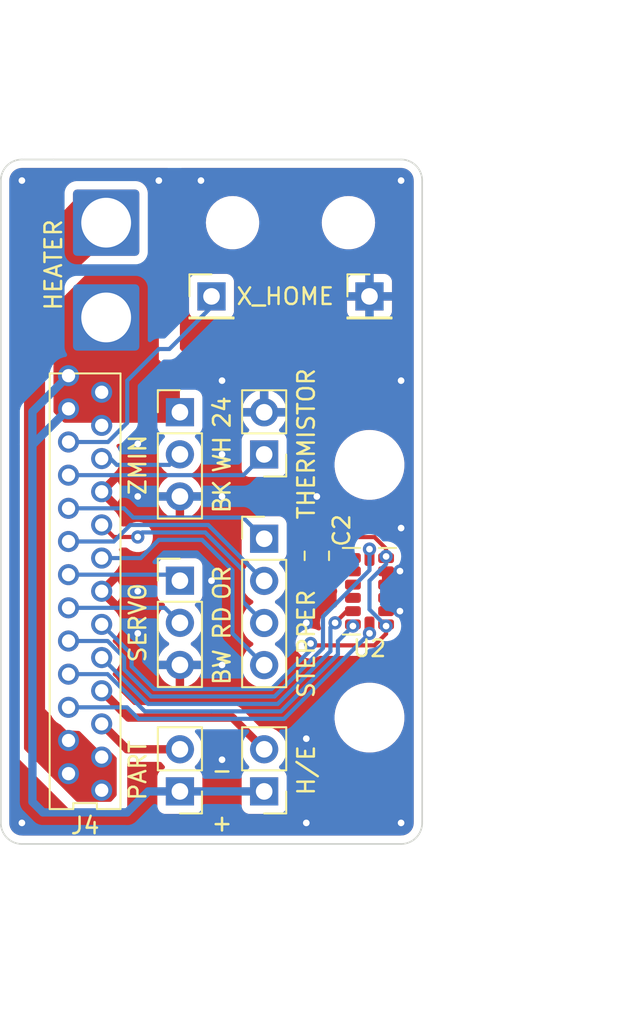
<source format=kicad_pcb>
(kicad_pcb (version 20211014) (generator pcbnew)
  (layers (0 "F.Cu" signal) (31 "B.Cu" signal) (34 "B.Paste" user) (35 "F.Paste" user) (36 "B.SilkS" user "B.Silkscreen") (37 "F.SilkS" user "F.Silkscreen") (38 "B.Mask" user) (39 "F.Mask" user) (44 "Edge.Cuts" user))
  (net 0 "")
  (net 1 "THERM")
  (net 2 "GND")
  (net 3 "+3V3")
  (net 4 "PROBE_ZMIN_BL_WHITE")
  (net 5 "+24V")
  (net 6 "STEPPER_A1")
  (net 7 "STEPPER_A2")
  (net 8 "STEPPER_B1")
  (net 9 "STEPPER_B2")
  (net 10 "HOTEND_FAN_SW")
  (net 11 "PART_FAN_SW")
  (net 12 "SERVO_BL_ORANGE")
  (net 13 "+5V")
  (net 14 "X_HOME")
  (net 15 "ADXL345_CS")
  (net 16 "ADXL345_SDO")
  (net 17 "ADXL345_SDA")
  (net 18 "ADXL345_SCL")
  (net 19 "HEATER_SW")
  (footprint "Connector_PinHeader_2.54mm:PinHeader_1x03_P2.54mm_Vertical" (layer "F.Cu") (at 204.47 112.395)
    (fp_text reference "J11" hide)
    (fp_text value "SERVO")
    (fp_line (start -1.33 1.27) (end 1.33 1.27) (layer "F.SilkS") (width 0.12))
    (fp_line (start -1.33 -1.33) (end 0 -1.33) (layer "F.SilkS") (width 0.12))
    (fp_line (start 1.33 1.27) (end 1.33 6.41) (layer "F.SilkS") (width 0.12))
    (fp_line (start -1.33 0) (end -1.33 -1.33) (layer "F.SilkS") (width 0.12))
    (fp_line (start -1.33 1.27) (end -1.33 6.41) (layer "F.SilkS") (width 0.12))
    (fp_line (start -1.33 6.41) (end 1.33 6.41) (layer "F.SilkS") (width 0.12))
    (pad "1" thru_hole rect (at 0 0) (size 1.7 1.7) (drill 1) (layers *.Cu *.Mask) (net 12 "SERVO_BL_ORANGE"))
    (pad "2" thru_hole oval (at 0 2.54) (size 1.7 1.7) (drill 1) (layers *.Cu *.Mask) (net 13 "+5V"))
    (pad "3" thru_hole oval (at 0 5.08) (size 1.7 1.7) (drill 1) (layers *.Cu *.Mask) (net 2 "GND"))
  )
  (footprint "FFCconnector:FFC26pinTH" (layer "F.Cu") (at 198.755 113.03 90)
    (fp_text reference "J4" (at -14.135 0) (layer "F.SilkS"))
    (fp_text value "Conn_01x26")
    (fp_line (start -12.775 0.711666) (end -13.135 0.711666) (layer "F.SilkS") (width 0.12))
    (fp_line (start 13.135 -2.134999) (end -13.135 -2.135) (layer "F.SilkS") (width 0.12))
    (fp_line (start -13.135 -2.135) (end -13.135 -0.711666) (layer "F.SilkS") (width 0.12))
    (fp_line (start -13.135 -0.711666) (end -12.775 -0.711666) (layer "F.SilkS") (width 0.12))
    (fp_line (start -13.135 0.711666) (end -13.135 2.134999) (layer "F.SilkS") (width 0.12))
    (fp_line (start -12.775 -0.711666) (end -12.775 0.711666) (layer "F.SilkS") (width 0.12))
    (fp_line (start 13.135 2.135) (end 13.135 -2.134999) (layer "F.SilkS") (width 0.12))
    (fp_line (start -13.135 2.134999) (end 13.135 2.135) (layer "F.SilkS") (width 0.12))
    (pad "1" thru_hole circle (at -12 1 90) (size 1.27 1.27) (drill 0.8) (layers *.Cu *.Mask) (net 19 "HEATER_SW"))
    (pad "2" thru_hole circle (at -11 -1 90) (size 1.27 1.27) (drill 0.8) (layers *.Cu *.Mask) (net 19 "HEATER_SW"))
    (pad "3" thru_hole circle (at -10 1 90) (size 1.27 1.27) (drill 0.8) (layers *.Cu *.Mask) (net 19 "HEATER_SW"))
    (pad "4" thru_hole circle (at -9 -1 90) (size 1.27 1.27) (drill 0.8) (layers *.Cu *.Mask) (net 19 "HEATER_SW"))
    (pad "5" thru_hole circle (at -8 1 90) (size 1.27 1.27) (drill 0.8) (layers *.Cu *.Mask) (net 11 "PART_FAN_SW"))
    (pad "6" thru_hole circle (at -7 -1 90) (size 1.27 1.27) (drill 0.8) (layers *.Cu *.Mask) (net 18 "ADXL345_SCL"))
    (pad "7" thru_hole circle (at -6 1 90) (size 1.27 1.27) (drill 0.8) (layers *.Cu *.Mask) (net 10 "HOTEND_FAN_SW"))
    (pad "8" thru_hole circle (at -5 -1 90) (size 1.27 1.27) (drill 0.8) (layers *.Cu *.Mask) (net 17 "ADXL345_SDA"))
    (pad "9" thru_hole circle (at -4 1 90) (size 1.27 1.27) (drill 0.8) (layers *.Cu *.Mask) (net 16 "ADXL345_SDO"))
    (pad "10" thru_hole circle (at -3 -1 90) (size 1.27 1.27) (drill 0.8) (layers *.Cu *.Mask) (net 15 "ADXL345_CS"))
    (pad "11" thru_hole circle (at -2 1 90) (size 1.27 1.27) (drill 0.8) (layers *.Cu *.Mask) (net 3 "+3V3"))
    (pad "12" thru_hole circle (at -1 -1 90) (size 1.27 1.27) (drill 0.8) (layers *.Cu *.Mask) (net 13 "+5V"))
    (pad "13" thru_hole circle (at 0 1 90) (size 1.27 1.27) (drill 0.8) (layers *.Cu *.Mask) (net 2 "GND"))
    (pad "14" thru_hole circle (at 1 -1 270) (size 1.27 1.27) (drill 0.8) (layers *.Cu *.Mask) (net 12 "SERVO_BL_ORANGE"))
    (pad "15" thru_hole circle (at 2 1 270) (size 1.27 1.27) (drill 0.8) (layers *.Cu *.Mask) (net 9 "STEPPER_B2"))
    (pad "16" thru_hole circle (at 3 -1 270) (size 1.27 1.27) (drill 0.8) (layers *.Cu *.Mask) (net 7 "STEPPER_A2"))
    (pad "17" thru_hole circle (at 4 1 270) (size 1.27 1.27) (drill 0.8) (layers *.Cu *.Mask) (net 8 "STEPPER_B1"))
    (pad "18" thru_hole circle (at 5 -1 270) (size 1.27 1.27) (drill 0.8) (layers *.Cu *.Mask) (net 6 "STEPPER_A1"))
    (pad "19" thru_hole circle (at 6 1 270) (size 1.27 1.27) (drill 0.8) (layers *.Cu *.Mask) (net 2 "GND"))
    (pad "20" thru_hole circle (at 7 -1 270) (size 1.27 1.27) (drill 0.8) (layers *.Cu *.Mask) (net 1 "THERM"))
    (pad "21" thru_hole circle (at 8 1 270) (size 1.27 1.27) (drill 0.8) (layers *.Cu *.Mask) (net 4 "PROBE_ZMIN_BL_WHITE"))
    (pad "22" thru_hole circle (at 9 -1 270) (size 1.27 1.27) (drill 0.8) (layers *.Cu *.Mask) (net 14 "X_HOME"))
    (pad "23" thru_hole circle (at 10 1 270) (size 1.27 1.27) (drill 0.8) (layers *.Cu *.Mask) (net 5 "+24V"))
    (pad "24" thru_hole circle (at 11 -1 270) (size 1.27 1.27) (drill 0.8) (layers *.Cu *.Mask) (net 5 "+24V"))
    (pad "25" thru_hole circle (at 12 1 270) (size 1.27 1.27) (drill 0.8) (layers *.Cu *.Mask) (net 5 "+24V"))
    (pad "26" thru_hole circle (at 13 -1 270) (size 1.27 1.27) (drill 0.8) (layers *.Cu *.Mask) (net 5 "+24V"))
  )
  (footprint "Connector_PinHeader_2.54mm:PinHeader_1x02_P2.54mm_Vertical" (layer "F.Cu") (at 209.55 104.78 180)
    (fp_text reference "J7" hide)
    (fp_text value "THERMISTOR")
    (fp_line (start -1.33 3.87) (end 1.33 3.87) (layer "F.SilkS") (width 0.12))
    (fp_line (start -1.33 0) (end -1.33 -1.33) (layer "F.SilkS") (width 0.12))
    (fp_line (start -1.33 1.27) (end -1.33 3.87) (layer "F.SilkS") (width 0.12))
    (fp_line (start 1.33 1.27) (end 1.33 3.87) (layer "F.SilkS") (width 0.12))
    (fp_line (start -1.33 1.27) (end 1.33 1.27) (layer "F.SilkS") (width 0.12))
    (fp_line (start -1.33 -1.33) (end 0 -1.33) (layer "F.SilkS") (width 0.12))
    (pad "1" thru_hole rect (at 0 0 180) (size 1.7 1.7) (drill 1) (layers *.Cu *.Mask) (net 1 "THERM"))
    (pad "2" thru_hole oval (at 0 2.54 180) (size 1.7 1.7) (drill 1) (layers *.Cu *.Mask) (net 2 "GND"))
  )
  (footprint "Package_LGA:LGA-14_3x5mm_P0.8mm_LayoutBorder1x6y" (layer "F.Cu") (at 215.9 113.03 180)
    (fp_text reference "U2" (at 0 -3.45) (layer "F.SilkS"))
    (fp_text value "ADXL345")
    (fp_line (start -0.56 2.61) (end -1.61 2.61) (layer "F.SilkS") (width 0.12))
    (fp_line (start 0.56 2.61) (end 1.61 2.61) (layer "F.SilkS") (width 0.12))
    (fp_line (start 0.56 -2.61) (end 1.61 -2.61) (layer "F.SilkS") (width 0.12))
    (pad "1" smd roundrect (at -1 -2 180) (size 0.95 0.6) (layers "F.Cu" "F.Paste" "F.Mask") (net 3 "+3V3"))
    (pad "2" smd roundrect (at -1 -1.2 180) (size 0.95 0.6) (layers "F.Cu" "F.Paste" "F.Mask") (net 2 "GND"))
    (pad "3" smd roundrect (at -1 -0.4 180) (size 0.95 0.6) (layers "F.Cu" "F.Paste" "F.Mask"))
    (pad "4" smd roundrect (at -1 0.4 180) (size 0.95 0.6) (layers "F.Cu" "F.Paste" "F.Mask") (net 2 "GND"))
    (pad "5" smd roundrect (at -1 1.2 180) (size 0.95 0.6) (layers "F.Cu" "F.Paste" "F.Mask") (net 2 "GND"))
    (pad "6" smd roundrect (at -1 2 180) (size 0.95 0.6) (layers "F.Cu" "F.Paste" "F.Mask") (net 3 "+3V3"))
    (pad "7" smd roundrect (at 0 2 180) (size 0.6 0.95) (layers "F.Cu" "F.Paste" "F.Mask") (net 15 "ADXL345_CS"))
    (pad "8" smd roundrect (at 1 2 180) (size 0.95 0.6) (layers "F.Cu" "F.Paste" "F.Mask"))
    (pad "9" smd roundrect (at 1 1.2 180) (size 0.95 0.6) (layers "F.Cu" "F.Paste" "F.Mask"))
    (pad "10" smd roundrect (at 1 0.4 180) (size 0.95 0.6) (layers "F.Cu" "F.Paste" "F.Mask"))
    (pad "11" smd roundrect (at 1 -0.4 180) (size 0.95 0.6) (layers "F.Cu" "F.Paste" "F.Mask"))
    (pad "12" smd roundrect (at 1 -1.2 180) (size 0.95 0.6) (layers "F.Cu" "F.Paste" "F.Mask") (net 16 "ADXL345_SDO"))
    (pad "13" smd roundrect (at 1 -2 180) (size 0.95 0.6) (layers "F.Cu" "F.Paste" "F.Mask") (net 17 "ADXL345_SDA"))
    (pad "14" smd roundrect (at 0 -2 180) (size 0.6 0.95) (layers "F.Cu" "F.Paste" "F.Mask") (net 18 "ADXL345_SCL"))
  )
  (footprint "Connector_PinHeader_2.54mm:PinHeader_1x03_P2.54mm_Vertical" (layer "F.Cu") (at 204.47 102.235)
    (fp_text reference "J10" hide)
    (fp_text value "ZMIN")
    (fp_line (start 1.33 1.27) (end 1.33 6.41) (layer "F.SilkS") (width 0.12))
    (fp_line (start -1.33 0) (end -1.33 -1.33) (layer "F.SilkS") (width 0.12))
    (fp_line (start -1.33 6.41) (end 1.33 6.41) (layer "F.SilkS") (width 0.12))
    (fp_line (start -1.33 1.27) (end -1.33 6.41) (layer "F.SilkS") (width 0.12))
    (fp_line (start -1.33 1.27) (end 1.33 1.27) (layer "F.SilkS") (width 0.12))
    (fp_line (start -1.33 -1.33) (end 0 -1.33) (layer "F.SilkS") (width 0.12))
    (pad "1" thru_hole rect (at 0 0) (size 1.7 1.7) (drill 1) (layers *.Cu *.Mask) (net 5 "+24V"))
    (pad "2" thru_hole oval (at 0 2.54) (size 1.7 1.7) (drill 1) (layers *.Cu *.Mask) (net 4 "PROBE_ZMIN_BL_WHITE"))
    (pad "3" thru_hole oval (at 0 5.08) (size 1.7 1.7) (drill 1) (layers *.Cu *.Mask) (net 2 "GND"))
  )
  (footprint "Connector_PinHeader_2.54mm:PinHeader_1x02_P2.54mm_Vertical" (layer "F.Cu") (at 209.55 125.1 180)
    (fp_text reference "J8" hide)
    (fp_text value "HOTEND_FAN")
    (fp_line (start -1.33 1.27) (end 1.33 1.27) (layer "F.SilkS") (width 0.12))
    (fp_line (start -1.33 0) (end -1.33 -1.33) (layer "F.SilkS") (width 0.12))
    (fp_line (start -1.33 3.87) (end 1.33 3.87) (layer "F.SilkS") (width 0.12))
    (fp_line (start -1.33 1.27) (end -1.33 3.87) (layer "F.SilkS") (width 0.12))
    (fp_line (start -1.33 -1.33) (end 0 -1.33) (layer "F.SilkS") (width 0.12))
    (fp_line (start 1.33 1.27) (end 1.33 3.87) (layer "F.SilkS") (width 0.12))
    (pad "1" thru_hole rect (at 0 0 180) (size 1.7 1.7) (drill 1) (layers *.Cu *.Mask) (net 5 "+24V"))
    (pad "2" thru_hole oval (at 0 2.54 180) (size 1.7 1.7) (drill 1) (layers *.Cu *.Mask) (net 10 "HOTEND_FAN_SW"))
  )
  (footprint "MountingHole:MountingHole_3.2mm_M3" (layer "F.Cu") (at 215.9 105.41)
    (fp_text reference "REF**" hide)
    (fp_text value "MountingHole_3.2mm_M3")
    (pad "" np_thru_hole circle (at 0 0) (size 3.2 3.2) (drill 3.2) (layers *.Cu *.Mask))
  )
  (footprint "MountingHole:MountingHole_2.2mm_M2" (layer "F.Cu") (at 214.63 90.805)
    (fp_text reference "REF**" hide)
    (fp_text value "MountingHole_2.2mm_M2")
    (pad "" np_thru_hole circle (at 0 0) (size 2.2 2.2) (drill 2.2) (layers *.Cu *.Mask))
  )
  (footprint "Connector_Wire:SolderWire-2.5sqmm_1x01_D2.4mm_OD3.6mm" (layer "F.Cu") (at 200.025 96.52)
    (fp_text reference "J5" hide)
    (fp_text value "HEATER_24V")
    (pad "1" thru_hole roundrect (at 0 0) (size 4 4) (drill 3) (layers *.Cu *.Mask) (roundrect_rratio 0.0625) (net 5 "+24V"))
  )
  (footprint "Capacitor_SMD:C_0805_2012Metric_Pad1.18x1.45mm_HandSolder" (layer "F.Cu") (at 212.725 110.8925 -90)
    (fp_text reference "C2" (at -1.528129 -1.495279 90) (layer "F.SilkS"))
    (fp_text value "0.1u")
    (fp_line (start -0.261252 0.735) (end 0.261252 0.735) (layer "F.SilkS") (width 0.12))
    (fp_line (start -0.261252 -0.735) (end 0.261252 -0.735) (layer "F.SilkS") (width 0.12))
    (pad "1" smd roundrect (at -1.0375 0 270) (size 1.175 1.45) (layers "F.Cu" "F.Paste" "F.Mask") (roundrect_rratio 0.2127659574) (net 3 "+3V3"))
    (pad "2" smd roundrect (at 1.0375 0 270) (size 1.175 1.45) (layers "F.Cu" "F.Paste" "F.Mask") (roundrect_rratio 0.2127659574) (net 2 "GND"))
  )
  (footprint "Connector_PinHeader_2.54mm:PinHeader_1x02_P2.54mm_Vertical" (layer "F.Cu") (at 204.47 125.1 180)
    (fp_text reference "J9" hide)
    (fp_text value "PARTCOOLER_FAN")
    (fp_line (start 1.33 1.27) (end 1.33 3.87) (layer "F.SilkS") (width 0.12))
    (fp_line (start -1.33 1.27) (end -1.33 3.87) (layer "F.SilkS") (width 0.12))
    (fp_line (start -1.33 0) (end -1.33 -1.33) (layer "F.SilkS") (width 0.12))
    (fp_line (start -1.33 3.87) (end 1.33 3.87) (layer "F.SilkS") (width 0.12))
    (fp_line (start -1.33 -1.33) (end 0 -1.33) (layer "F.SilkS") (width 0.12))
    (fp_line (start -1.33 1.27) (end 1.33 1.27) (layer "F.SilkS") (width 0.12))
    (pad "1" thru_hole rect (at 0 0 180) (size 1.7 1.7) (drill 1) (layers *.Cu *.Mask) (net 5 "+24V"))
    (pad "2" thru_hole oval (at 0 2.54 180) (size 1.7 1.7) (drill 1) (layers *.Cu *.Mask) (net 11 "PART_FAN_SW"))
  )
  (footprint "Connector_Wire:SolderWire-2.5sqmm_1x01_D2.4mm_OD3.6mm" (layer "F.Cu") (at 200.025 90.805)
    (fp_text reference "J6" hide)
    (fp_text value "HEATER_SW")
    (pad "1" thru_hole roundrect (at 0 0) (size 4 4) (drill 3) (layers *.Cu *.Mask) (roundrect_rratio 0.0625) (net 19 "HEATER_SW"))
  )
  (footprint "MountingHole:MountingHole_3.2mm_M3" (layer "F.Cu") (at 215.9 120.65)
    (fp_text reference "REF**" hide)
    (fp_text value "MountingHole_3.2mm_M3")
    (pad "" np_thru_hole circle (at 0 0) (size 3.2 3.2) (drill 3.2) (layers *.Cu *.Mask))
  )
  (footprint "Connector_PinHeader_2.54mm:PinHeader_1x04_P2.54mm_Vertical" (layer "F.Cu") (at 209.55 109.865)
    (fp_text reference "J12" hide)
    (fp_text value "E_STEPPER")
    (fp_line (start -1.33 1.27) (end 1.33 1.27) (layer "F.SilkS") (width 0.12))
    (fp_line (start -1.33 8.95) (end 1.33 8.95) (layer "F.SilkS") (width 0.12))
    (fp_line (start -1.33 0) (end -1.33 -1.33) (layer "F.SilkS") (width 0.12))
    (fp_line (start 1.33 1.27) (end 1.33 8.95) (layer "F.SilkS") (width 0.12))
    (fp_line (start -1.33 -1.33) (end 0 -1.33) (layer "F.SilkS") (width 0.12))
    (fp_line (start -1.33 1.27) (end -1.33 8.95) (layer "F.SilkS") (width 0.12))
    (pad "1" thru_hole rect (at 0 0) (size 1.7 1.7) (drill 1) (layers *.Cu *.Mask) (net 6 "STEPPER_A1"))
    (pad "2" thru_hole oval (at 0 2.54) (size 1.7 1.7) (drill 1) (layers *.Cu *.Mask) (net 7 "STEPPER_A2"))
    (pad "3" thru_hole oval (at 0 5.08) (size 1.7 1.7) (drill 1) (layers *.Cu *.Mask) (net 8 "STEPPER_B1"))
    (pad "4" thru_hole oval (at 0 7.62) (size 1.7 1.7) (drill 1) (layers *.Cu *.Mask) (net 9 "STEPPER_B2"))
  )
  (footprint "Connector_PinHeader_2.54mm:PinHeader_1x01_P2.54mm_Vertical" (layer "F.Cu") (at 206.375 95.25)
    (fp_text reference "J13" hide)
    (fp_text value "Conn_01x01")
    (fp_line (start -1.33 1.33) (end 1.33 1.33) (layer "F.SilkS") (width 0.12))
    (fp_line (start 1.33 1.27) (end 1.33 1.33) (layer "F.SilkS") (width 0.12))
    (fp_line (start -1.33 1.27) (end 1.33 1.27) (layer "F.SilkS") (width 0.12))
    (fp_line (start -1.33 -1.33) (end 0 -1.33) (layer "F.SilkS") (width 0.12))
    (fp_line (start -1.33 0) (end -1.33 -1.33) (layer "F.SilkS") (width 0.12))
    (fp_line (start -1.33 1.27) (end -1.33 1.33) (layer "F.SilkS") (width 0.12))
    (pad "1" thru_hole rect (at 0 0) (size 1.7 1.7) (drill 1) (layers *.Cu *.Mask) (net 14 "X_HOME"))
  )
  (footprint "MountingHole:MountingHole_2.2mm_M2" (layer "F.Cu") (at 207.645 90.805)
    (fp_text reference "REF**" hide)
    (fp_text value "MountingHole_2.2mm_M2")
    (pad "" np_thru_hole circle (at 0 0) (size 2.2 2.2) (drill 2.2) (layers *.Cu *.Mask))
  )
  (footprint "Connector_PinHeader_2.54mm:PinHeader_1x01_P2.54mm_Vertical" (layer "F.Cu") (at 215.9 95.25)
    (fp_text reference "J14" hide)
    (fp_text value "Conn_01x01")
    (fp_line (start 1.33 1.27) (end 1.33 1.33) (layer "F.SilkS") (width 0.12))
    (fp_line (start -1.33 -1.33) (end 0 -1.33) (layer "F.SilkS") (width 0.12))
    (fp_line (start -1.33 1.33) (end 1.33 1.33) (layer "F.SilkS") (width 0.12))
    (fp_line (start -1.33 0) (end -1.33 -1.33) (layer "F.SilkS") (width 0.12))
    (fp_line (start -1.33 1.27) (end 1.33 1.27) (layer "F.SilkS") (width 0.12))
    (fp_line (start -1.33 1.27) (end -1.33 1.33) (layer "F.SilkS") (width 0.12))
    (pad "1" thru_hole rect (at 0 0) (size 1.7 1.7) (drill 1) (layers *.Cu *.Mask) (net 2 "GND"))
  )
  (gr_arc (start 219.075 127) (mid 218.703026 127.898026) (end 217.805 128.27) (layer "Edge.Cuts") (width 0.1))
  (gr_arc (start 193.675 88.265) (mid 194.046974 87.366974) (end 194.945 86.995) (layer "Edge.Cuts") (width 0.1))
  (gr_line (start 193.675 88.265) (end 193.675 127) (layer "Edge.Cuts") (width 0.1))
  (gr_line (start 196.85 86.995) (end 217.805 86.995) (layer "Edge.Cuts") (width 0.1))
  (gr_arc (start 217.805 86.995) (mid 218.703026 87.366974) (end 219.075 88.265) (layer "Edge.Cuts") (width 0.1))
  (gr_line (start 196.85 86.995) (end 194.945 86.995) (layer "Edge.Cuts") (width 0.1))
  (gr_line (start 196.215 128.27) (end 194.945 128.27) (layer "Edge.Cuts") (width 0.1))
  (gr_arc (start 194.945 128.27) (mid 194.046974 127.898026) (end 193.675 127) (layer "Edge.Cuts") (width 0.1))
  (gr_line (start 217.805 128.27) (end 196.215 128.27) (layer "Edge.Cuts") (width 0.1))
  (gr_line (start 219.075 88.265) (end 219.075 127) (layer "Edge.Cuts") (width 0.1))
  (gr_text "WH" (at 207.01 104.775 90) (layer "F.SilkS") (effects (font (size 1 1))))
  (gr_text "BW" (at 207.01 117.602 90) (layer "F.SilkS") (effects (font (size 1 1))))
  (gr_text "THERMISTOR" (at 212.09 104.14 90) (layer "F.SilkS") (effects (font (size 1 1))))
  (gr_text "PART" (at 201.93 123.825 90) (layer "F.SilkS") (effects (font (size 1 1))))
  (gr_text "RD" (at 207.01 114.935 90) (layer "F.SilkS") (effects (font (size 1 1))))
  (gr_text "STEPPER" (at 212.09 116.205 90) (layer "F.SilkS") (effects (font (size 1 1))))
  (gr_text "24" (at 207.01 102.235 90) (layer "F.SilkS") (effects (font (size 1 1))))
  (gr_text "-" (at 207.01 123.825) (layer "F.SilkS") (effects (font (size 1 1))))
  (gr_text "OR" (at 207.01 112.522 90) (layer "F.SilkS") (effects (font (size 1 1))))
  (gr_text "BK" (at 207.01 107.315 90) (layer "F.SilkS") (effects (font (size 1 1))))
  (gr_text "SERVO" (at 201.93 114.935 90) (layer "F.SilkS") (effects (font (size 1 1))))
  (gr_text "HEATER" (at 196.85 93.345 90) (layer "F.SilkS") (effects (font (size 1 1))))
  (gr_text "ZMIN" (at 201.93 105.41 90) (layer "F.SilkS") (effects (font (size 1 1))))
  (gr_text "+" (at 207.01 127) (layer "F.SilkS") (effects (font (size 1 1))))
  (gr_text "X_HOME" (at 210.82 95.25) (layer "F.SilkS") (effects (font (size 1 1))))
  (gr_text "H/E" (at 212.09 123.825 90) (layer "F.SilkS") (effects (font (size 1 1))))
  (segment (start 197.755 106.03) (end 208.3 106.03) (width 0.25) (layer "B.Cu") (net 1))
  (segment (start 208.3 106.03) (end 209.55 104.78) (width 0.25) (layer "B.Cu") (net 1))
  (segment (start 216.9 111.83) (end 217.735 111.83) (width 0.25) (layer "F.Cu") (net 2))
  (segment (start 217.731162 112.63) (end 217.731978 112.630816) (width 0.25) (layer "F.Cu") (net 2))
  (segment (start 217.734769 111.830231) (end 217.732674 111.830231) (width 0.25) (layer "F.Cu") (net 2))
  (segment (start 216.9 114.23) (end 217.735 114.23) (width 0.25) (layer "F.Cu") (net 2))
  (segment (start 216.9 112.63) (end 217.57 112.63) (width 0.25) (layer "F.Cu") (net 2))
  (segment (start 216.9 112.63) (end 217.731162 112.63) (width 0.25) (layer "F.Cu") (net 2))
  (segment (start 217.735 111.83) (end 217.734769 111.830231) (width 0.25) (layer "F.Cu") (net 2))
  (segment (start 205.74 88.265) (end 203.2 88.265) (width 0.5) (layer "F.Cu") (net 2))
  (via (at 207.01 104.775) (size 0.8) (drill 0.4) (layers "F.Cu" "B.Cu") (net 2))
  (via (at 194.945 127) (size 0.8) (drill 0.4) (layers "F.Cu" "B.Cu") (net 2))
  (via (at 217.805 109.22) (size 0.8) (drill 0.4) (layers "F.Cu" "B.Cu") (net 2))
  (via (at 207.01 123.19) (size 0.8) (drill 0.4) (layers "F.Cu" "B.Cu") (net 2))
  (via (at 194.945 88.265) (size 0.8) (drill 0.4) (layers "F.Cu" "B.Cu") (net 2))
  (via (at 201.93 104.14) (size 0.8) (drill 0.4) (layers "F.Cu" "B.Cu") (net 2))
  (via (at 217.737616 111.816387) (size 0.8) (drill 0.4) (layers "F.Cu" "B.Cu") (net 2))
  (via (at 217.805 100.33) (size 0.8) (drill 0.4) (layers "F.Cu" "B.Cu") (net 2))
  (via (at 207.01 100.33) (size 0.8) (drill 0.4) (layers "F.Cu" "B.Cu") (net 2))
  (via (at 205.74 88.265) (size 0.8) (drill 0.4) (layers "F.Cu" "B.Cu") (net 2))
  (via (at 212.09 121.92) (size 0.8) (drill 0.4) (layers "F.Cu" "B.Cu") (net 2))
  (via (at 212.725 107.315) (size 0.8) (drill 0.4) (layers "F.Cu" "B.Cu") (net 2))
  (via (at 217.735 114.23) (size 0.8) (drill 0.4) (layers "F.Cu" "B.Cu") (net 2))
  (via (at 207.01 107.315) (size 0.8) (drill 0.4) (layers "F.Cu" "B.Cu") (net 2))
  (via (at 217.805 127) (size 0.8) (drill 0.4) (layers "F.Cu" "B.Cu") (net 2))
  (via (at 206.375 112.395) (size 0.8) (drill 0.4) (layers "F.Cu" "B.Cu") (net 2))
  (via (at 212.09 114.935) (size 0.8) (drill 0.4) (layers "F.Cu" "B.Cu") (net 2))
  (via (at 201.93 115.57) (size 0.8) (drill 0.4) (layers "F.Cu" "B.Cu") (net 2))
  (via (at 201.93 107.315) (size 0.8) (drill 0.4) (layers "F.Cu" "B.Cu") (net 2))
  (via (at 217.805 88.265) (size 0.8) (drill 0.4) (layers "F.Cu" "B.Cu") (net 2))
  (via (at 212.09 127) (size 0.8) (drill 0.4) (layers "F.Cu" "B.Cu") (net 2))
  (via (at 201.93 113.03) (size 0.8) (drill 0.4) (layers "F.Cu" "B.Cu") (net 2))
  (via (at 203.2 88.265) (size 0.8) (drill 0.4) (layers "F.Cu" "B.Cu") (net 2))
  (via (at 207.01 117.475) (size 0.8) (drill 0.4) (layers "F.Cu" "B.Cu") (net 2))
  (segment (start 216.200103 116.294511) (end 216.9 115.594614) (width 0.25) (layer "F.Cu") (net 3))
  (segment (start 216.9 110.9305) (end 216.9 110.465386) (width 0.25) (layer "F.Cu") (net 3))
  (segment (start 216.9 110.465386) (end 216.200103 109.765489) (width 0.25) (layer "F.Cu") (net 3))
  (segment (start 216.9 115.03) (end 216.9 115.1295) (width 0.25) (layer "F.Cu") (net 3))
  (segment (start 212.348563 116.182103) (end 212.460971 116.294511) (width 0.25) (layer "F.Cu") (net 3))
  (segment (start 212.460971 116.294511) (end 216.200103 116.294511) (width 0.25) (layer "F.Cu") (net 3))
  (segment (start 216.200103 109.765489) (end 212.814511 109.765489) (width 0.25) (layer "F.Cu") (net 3))
  (segment (start 212.814511 109.765489) (end 212.725 109.855) (width 0.25) (layer "F.Cu") (net 3))
  (segment (start 216.9 115.594614) (end 216.9 115.1295) (width 0.25) (layer "F.Cu") (net 3))
  (segment (start 216.9 115.594614) (end 216.9 115.03) (width 0.25) (layer "F.Cu") (net 3))
  (via (at 216.9 110.9305) (size 0.8) (drill 0.4) (layers "F.Cu" "B.Cu") (net 3))
  (via (at 216.9 115.1295) (size 0.8) (drill 0.4) (layers "F.Cu" "B.Cu") (net 3))
  (via (at 212.348563 116.182103) (size 0.8) (drill 0.4) (layers "F.Cu" "B.Cu") (net 3))
  (segment (start 212.084773 116.834773) (end 212.348563 116.570983) (width 0.25) (layer "B.Cu") (net 3))
  (segment (start 216.9 111.395718) (end 215.9 112.395717) (width 0.25) (layer "B.Cu") (net 3))
  (segment (start 201.557996 117.212721) (end 201.557996 117.56156) (width 0.25) (layer "B.Cu") (net 3))
  (segment (start 215.9 112.395717) (end 215.9 114.1295) (width 0.25) (layer "B.Cu") (net 3))
  (segment (start 209.55 118.925612) (end 209.993934 118.925612) (width 0.25) (layer "B.Cu") (net 3))
  (segment (start 215.9 114.1295) (end 216.9 115.1295) (width 0.25) (layer "B.Cu") (net 3))
  (segment (start 201.557996 117.56156) (end 202.018218 118.021782) (width 0.25) (layer "B.Cu") (net 3))
  (segment (start 209.993934 118.925612) (end 212.084773 116.834773) (width 0.25) (layer "B.Cu") (net 3))
  (segment (start 199.755 115.03) (end 201.557997 116.832997) (width 0.25) (layer "B.Cu") (net 3))
  (segment (start 212.348563 116.570983) (end 212.348563 116.182103) (width 0.25) (layer "B.Cu") (net 3))
  (segment (start 203.2 118.925612) (end 209.55 118.925612) (width 0.25) (layer "B.Cu") (net 3))
  (segment (start 201.557997 116.832997) (end 201.557996 117.212721) (width 0.25) (layer "B.Cu") (net 3))
  (segment (start 202.018218 118.021782) (end 202.922048 118.925612) (width 0.25) (layer "B.Cu") (net 3))
  (segment (start 216.9 110.9305) (end 216.9 111.395718) (width 0.25) (layer "B.Cu") (net 3))
  (segment (start 202.922048 118.925612) (end 203.2 118.925612) (width 0.25) (layer "B.Cu") (net 3))
  (segment (start 203.835 105.41) (end 204.47 104.775) (width 0.25) (layer "B.Cu") (net 4))
  (segment (start 199.755 105.03) (end 200.28 105.03) (width 0.25) (layer "B.Cu") (net 4))
  (segment (start 200.28 105.03) (end 200.66 105.41) (width 0.25) (layer "B.Cu") (net 4))
  (segment (start 200.66 105.41) (end 203.835 105.41) (width 0.25) (layer "B.Cu") (net 4))
  (segment (start 195.58 102.205) (end 195.58 104.14) (width 0.5) (layer "B.Cu") (net 5))
  (segment (start 202.2475 125.4125) (end 202.56 125.1) (width 0.5) (layer "B.Cu") (net 5))
  (segment (start 195.58 125.73) (end 195.58 104.14) (width 0.5) (layer "B.Cu") (net 5))
  (segment (start 204.47 125.1) (end 209.55 125.1) (width 0.5) (layer "B.Cu") (net 5))
  (segment (start 200.025 126.365) (end 201.295 126.365) (width 0.5) (layer "B.Cu") (net 5))
  (segment (start 200.025 126.365) (end 196.215 126.365) (width 0.5) (layer "B.Cu") (net 5))
  (segment (start 201.295 126.365) (end 202.2475 125.4125) (width 0.5) (layer "B.Cu") (net 5))
  (segment (start 197.755 102.03) (end 195.645 104.14) (width 0.5) (layer "B.Cu") (net 5))
  (segment (start 197.755 100.03) (end 195.58 102.205) (width 0.5) (layer "B.Cu") (net 5))
  (segment (start 202.56 125.1) (end 204.47 125.1) (width 0.5) (layer "B.Cu") (net 5))
  (segment (start 201.285 126.365) (end 200.025 126.365) (width 0.5) (layer "B.Cu") (net 5))
  (segment (start 195.645 104.14) (end 195.58 104.14) (width 0.5) (layer "B.Cu") (net 5))
  (segment (start 201.29 126.37) (end 201.285 126.365) (width 0.5) (layer "B.Cu") (net 5))
  (segment (start 196.215 126.365) (end 195.58 125.73) (width 0.5) (layer "B.Cu") (net 5))
  (segment (start 209.55 109.855) (end 209.55 109.865) (width 0.25) (layer "B.Cu") (net 6))
  (segment (start 208.28 108.585) (end 209.55 109.855) (width 0.25) (layer "B.Cu") (net 6))
  (segment (start 201.65404 108.585) (end 208.28 108.585) (width 0.25) (layer "B.Cu") (net 6))
  (segment (start 201.09904 108.03) (end 201.65404 108.585) (width 0.25) (layer "B.Cu") (net 6))
  (segment (start 197.755 108.03) (end 201.09904 108.03) (width 0.25) (layer "B.Cu") (net 6))
  (segment (start 200.485 110.03) (end 201.48048 109.03452) (width 0.25) (layer "B.Cu") (net 7))
  (segment (start 197.755 110.03) (end 200.485 110.03) (width 0.25) (layer "B.Cu") (net 7))
  (segment (start 201.48048 109.03452) (end 206.17952 109.03452) (width 0.25) (layer "B.Cu") (net 7))
  (segment (start 206.17952 109.03452) (end 209.55 112.405) (width 0.25) (layer "B.Cu") (net 7))
  (segment (start 200.48402 109.75902) (end 199.755 109.03) (width 0.25) (layer "F.Cu") (net 8))
  (segment (start 201.93 109.75902) (end 200.48402 109.75902) (width 0.25) (layer "F.Cu") (net 8))
  (via (at 201.93 109.75902) (size 0.8) (drill 0.4) (layers "F.Cu" "B.Cu") (net 8))
  (segment (start 209.55 114.945) (end 208.274641 113.669641) (width 0.25) (layer "B.Cu") (net 8))
  (segment (start 204.47 109.48404) (end 202.20498 109.48404) (width 0.25) (layer "B.Cu") (net 8))
  (segment (start 208.274641 111.765359) (end 205.993322 109.48404) (width 0.25) (layer "B.Cu") (net 8))
  (segment (start 202.20498 109.48404) (end 201.93 109.75902) (width 0.25) (layer "B.Cu") (net 8))
  (segment (start 208.274641 113.669641) (end 208.274641 111.765359) (width 0.25) (layer "B.Cu") (net 8))
  (segment (start 205.993322 109.48404) (end 204.47 109.48404) (width 0.25) (layer "B.Cu") (net 8))
  (segment (start 207.639282 115.574282) (end 209.55 117.485) (width 0.25) (layer "B.Cu") (net 9))
  (segment (start 199.755 111.03) (end 202.10356 111.03) (width 0.25) (layer "B.Cu") (net 9))
  (segment (start 207.639282 111.765718) (end 207.639282 115.574282) (width 0.25) (layer "B.Cu") (net 9))
  (segment (start 205.807124 109.93356) (end 207.639282 111.765718) (width 0.25) (layer "B.Cu") (net 9))
  (segment (start 202.10356 111.03) (end 203.2 109.93356) (width 0.25) (layer "B.Cu") (net 9))
  (segment (start 203.2 109.93356) (end 205.807124 109.93356) (width 0.25) (layer "B.Cu") (net 9))
  (segment (start 201.375 120.65) (end 199.755 119.03) (width 0.5) (layer "F.Cu") (net 10))
  (segment (start 207.635 120.65) (end 201.375 120.65) (width 0.5) (layer "F.Cu") (net 10))
  (segment (start 207.635 120.65) (end 209.55 122.565) (width 0.5) (layer "F.Cu") (net 10))
  (segment (start 204.47 122.56) (end 201.285 122.56) (width 0.5) (layer "F.Cu") (net 11))
  (segment (start 201.285 122.56) (end 199.755 121.03) (width 0.5) (layer "F.Cu") (net 11))
  (segment (start 204.105 112.03) (end 204.47 112.395) (width 0.25) (layer "B.Cu") (net 12))
  (segment (start 197.755 112.03) (end 204.105 112.03) (width 0.25) (layer "B.Cu") (net 12))
  (segment (start 203.565 114.03) (end 197.755 114.03) (width 0.25) (layer "B.Cu") (net 13))
  (segment (start 204.47 114.935) (end 203.565 114.03) (width 0.25) (layer "B.Cu") (net 13))
  (segment (start 206.375 95.885) (end 206.375 95.25) (width 0.25) (layer "B.Cu") (net 14))
  (segment (start 197.755 104.03) (end 200.135 104.03) (width 0.25) (layer "B.Cu") (net 14))
  (segment (start 200.135 104.03) (end 201.295 102.87) (width 0.25) (layer "B.Cu") (net 14))
  (segment (start 201.295 100.33) (end 203.2 98.425) (width 0.25) (layer "B.Cu") (net 14))
  (segment (start 201.295 102.87) (end 201.295 100.33) (width 0.25) (layer "B.Cu") (net 14))
  (segment (start 203.835 98.425) (end 206.375 95.885) (width 0.25) (layer "B.Cu") (net 14))
  (segment (start 203.2 98.425) (end 203.835 98.425) (width 0.25) (layer "B.Cu") (net 14))
  (via (at 215.9 110.49) (size 0.8) (drill 0.4) (layers "F.Cu" "B.Cu") (net 15))
  (segment (start 200.111955 116.03) (end 201.108477 117.026523) (width 0.25) (layer "B.Cu") (net 15))
  (segment (start 197.755 116.03) (end 200.111955 116.03) (width 0.25) (layer "B.Cu") (net 15))
  (segment (start 201.108477 117.026523) (end 201.108477 117.747759) (width 0.25) (layer "B.Cu") (net 15))
  (segment (start 202.73585 119.375132) (end 210.180132 119.375132) (width 0.25) (layer "B.Cu") (net 15))
  (segment (start 213.09596 114.56404) (end 215.9 111.76) (width 0.25) (layer "B.Cu") (net 15))
  (segment (start 201.108477 117.747759) (end 202.73585 119.375132) (width 0.25) (layer "B.Cu") (net 15))
  (segment (start 213.09596 116.459305) (end 213.09596 114.56404) (width 0.25) (layer "B.Cu") (net 15))
  (segment (start 215.9 111.76) (end 215.9 110.49) (width 0.25) (layer "B.Cu") (net 15))
  (segment (start 210.180132 119.375132) (end 213.09596 116.459305) (width 0.25) (layer "B.Cu") (net 15))
  (segment (start 214.5305 114.23) (end 214.9 114.23) (width 0.25) (layer "F.Cu") (net 16))
  (segment (start 213.8255 114.935) (end 214.5305 114.23) (width 0.25) (layer "F.Cu") (net 16))
  (via (at 213.8255 114.935) (size 0.8) (drill 0.4) (layers "F.Cu" "B.Cu") (net 16))
  (segment (start 210.36633 119.824652) (end 212.720491 117.470491) (width 0.25) (layer "B.Cu") (net 16))
  (segment (start 213.8255 114.935) (end 213.54548 115.21502) (width 0.25) (layer "B.Cu") (net 16))
  (segment (start 213.54548 115.21502) (end 213.54548 116.645503) (width 0.25) (layer "B.Cu") (net 16))
  (segment (start 199.755 117.03) (end 202.549652 119.824652) (width 0.25) (layer "B.Cu") (net 16))
  (segment (start 202.549652 119.824652) (end 210.36633 119.824652) (width 0.25) (layer "B.Cu") (net 16))
  (segment (start 213.54548 116.645503) (end 212.720491 117.470491) (width 0.25) (layer "B.Cu") (net 16))
  (via (at 214.9 115.1295) (size 0.8) (drill 0.4) (layers "F.Cu" "B.Cu") (net 17))
  (segment (start 210.56011 120.274172) (end 206.375 120.274172) (width 0.25) (layer "B.Cu") (net 17))
  (segment (start 213.995 116.839283) (end 213.995 116.0345) (width 0.25) (layer "B.Cu") (net 17))
  (segment (start 197.755 118.03) (end 200.111955 118.03) (width 0.25) (layer "B.Cu") (net 17))
  (segment (start 213.995 116.0345) (end 214.9 115.1295) (width 0.25) (layer "B.Cu") (net 17))
  (segment (start 212.089641 118.744641) (end 210.56011 120.274172) (width 0.25) (layer "B.Cu") (net 17))
  (segment (start 206.375 120.274172) (end 202.356127 120.274172) (width 0.25) (layer "B.Cu") (net 17))
  (segment (start 202.356127 120.274172) (end 200.111955 118.03) (width 0.25) (layer "B.Cu") (net 17))
  (segment (start 212.089641 118.744641) (end 213.995 116.839283) (width 0.25) (layer "B.Cu") (net 17))
  (via (at 215.9 115.57) (size 0.8) (drill 0.4) (layers "F.Cu" "B.Cu") (net 18))
  (segment (start 201.28 120.03) (end 197.755 120.03) (width 0.25) (layer "B.Cu") (net 18))
  (segment (start 215.9 115.57) (end 210.746307 120.723692) (width 0.25) (layer "B.Cu") (net 18))
  (segment (start 210.746307 120.723692) (end 201.973692 120.723692) (width 0.25) (layer "B.Cu") (net 18))
  (segment (start 201.973692 120.723692) (end 201.28 120.03) (width 0.25) (layer "B.Cu") (net 18))
  (zone (net 2) (net_name "GND") (layer "F.Cu") (connect_pads (clearance 0.508)) (min_thickness 0.254) (fill yes (thermal_gap 0.508) (thermal_bridge_width 0.508))
    (polygon (pts (xy 219.075 128.27) (xy 193.675 128.27) (xy 193.675 126.365) (xy 193.675 86.995) (xy 203.835 86.995) (xy 203.835 89.281) (xy 202.819 89.281) (xy 202.184 88.646) (xy 197.104 88.646) (xy 194.564 91.186) (xy 194.564 122.936) (xy 197.993 126.365) (xy 201.295 126.365) (xy 201.295 122.555) (xy 197.485 119.38) (xy 197.485 104.14) (xy 205.74 104.14) (xy 205.74 99.695) (xy 204.47 98.425) (xy 204.47 86.995) (xy 219.075 86.995)))
  )
  (zone (net 19) (net_name "HEATER_SW") (layer "F.Cu") (connect_pads yes (clearance 0.508)) (min_thickness 0.254) (fill yes (thermal_gap 0.508) (thermal_bridge_width 0.508))
    (polygon (pts (xy 201.803 92.245415) (xy 199.684325 92.245415) (xy 196.342 95.377) (xy 196.342 120.14203) (xy 197.612 121.412) (xy 198.414325 121.455415) (xy 199.684325 122.725415) (xy 200.319325 122.725415) (xy 200.66 123.063) (xy 200.66 125.349) (xy 200.319325 125.73) (xy 198.247 125.73) (xy 195.072 122.555) (xy 195.072 92.583) (xy 198.374 89.154) (xy 201.803 89.154)))
  )
  (zone (net 5) (net_name "+24V") (layer "F.Cu") (connect_pads yes (clearance 0.508)) (min_thickness 0.254) (fill yes (thermal_gap 0.508) (thermal_bridge_width 0.508))
    (polygon (pts (xy 203.2 94.615) (xy 203.2 99.06) (xy 204.47 100.33) (xy 204.47 102.87) (xy 203.835 102.87) (xy 199.39 102.87) (xy 198.755 102.87) (xy 197.485 102.87) (xy 196.85 102.235) (xy 196.85 95.885) (xy 198.755 93.98) (xy 202.565 93.98)))
  )
  (zone (net 2) (net_name "GND") (layer "B.Cu") (connect_pads (clearance 0.508)) (min_thickness 0.254) (fill yes (thermal_gap 0.508) (thermal_bridge_width 0.508))
    (polygon (pts (xy 219.075 128.27) (xy 193.675 128.27) (xy 193.675 86.995) (xy 219.075 86.995)))
  )
)
</source>
